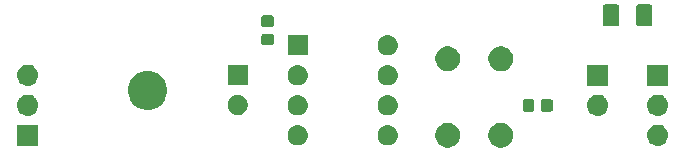
<source format=gbr>
G04 #@! TF.GenerationSoftware,KiCad,Pcbnew,(5.1.0)-1*
G04 #@! TF.CreationDate,2019-04-02T22:03:43+02:00*
G04 #@! TF.ProjectId,UV_Meter,55565f4d-6574-4657-922e-6b696361645f,rev?*
G04 #@! TF.SameCoordinates,Original*
G04 #@! TF.FileFunction,Soldermask,Top*
G04 #@! TF.FilePolarity,Negative*
%FSLAX46Y46*%
G04 Gerber Fmt 4.6, Leading zero omitted, Abs format (unit mm)*
G04 Created by KiCad (PCBNEW (5.1.0)-1) date 2019-04-02 22:03:43*
%MOMM*%
%LPD*%
G04 APERTURE LIST*
%ADD10C,0.100000*%
G04 APERTURE END LIST*
D10*
G36*
X65766564Y-32009389D02*
G01*
X65957833Y-32088615D01*
X65957835Y-32088616D01*
X66022819Y-32132037D01*
X66129973Y-32203635D01*
X66276365Y-32350027D01*
X66391385Y-32522167D01*
X66470611Y-32713436D01*
X66511000Y-32916484D01*
X66511000Y-33123516D01*
X66470611Y-33326564D01*
X66454083Y-33366466D01*
X66391384Y-33517835D01*
X66276365Y-33689973D01*
X66129973Y-33836365D01*
X65957835Y-33951384D01*
X65957834Y-33951385D01*
X65957833Y-33951385D01*
X65766564Y-34030611D01*
X65563516Y-34071000D01*
X65356484Y-34071000D01*
X65153436Y-34030611D01*
X64962167Y-33951385D01*
X64962166Y-33951385D01*
X64962165Y-33951384D01*
X64790027Y-33836365D01*
X64643635Y-33689973D01*
X64528616Y-33517835D01*
X64465917Y-33366466D01*
X64449389Y-33326564D01*
X64409000Y-33123516D01*
X64409000Y-32916484D01*
X64449389Y-32713436D01*
X64528615Y-32522167D01*
X64643635Y-32350027D01*
X64790027Y-32203635D01*
X64897181Y-32132037D01*
X64962165Y-32088616D01*
X64962167Y-32088615D01*
X65153436Y-32009389D01*
X65356484Y-31969000D01*
X65563516Y-31969000D01*
X65766564Y-32009389D01*
X65766564Y-32009389D01*
G37*
G36*
X61266564Y-32009389D02*
G01*
X61457833Y-32088615D01*
X61457835Y-32088616D01*
X61522819Y-32132037D01*
X61629973Y-32203635D01*
X61776365Y-32350027D01*
X61891385Y-32522167D01*
X61970611Y-32713436D01*
X62011000Y-32916484D01*
X62011000Y-33123516D01*
X61970611Y-33326564D01*
X61954083Y-33366466D01*
X61891384Y-33517835D01*
X61776365Y-33689973D01*
X61629973Y-33836365D01*
X61457835Y-33951384D01*
X61457834Y-33951385D01*
X61457833Y-33951385D01*
X61266564Y-34030611D01*
X61063516Y-34071000D01*
X60856484Y-34071000D01*
X60653436Y-34030611D01*
X60462167Y-33951385D01*
X60462166Y-33951385D01*
X60462165Y-33951384D01*
X60290027Y-33836365D01*
X60143635Y-33689973D01*
X60028616Y-33517835D01*
X59965917Y-33366466D01*
X59949389Y-33326564D01*
X59909000Y-33123516D01*
X59909000Y-32916484D01*
X59949389Y-32713436D01*
X60028615Y-32522167D01*
X60143635Y-32350027D01*
X60290027Y-32203635D01*
X60397181Y-32132037D01*
X60462165Y-32088616D01*
X60462167Y-32088615D01*
X60653436Y-32009389D01*
X60856484Y-31969000D01*
X61063516Y-31969000D01*
X61266564Y-32009389D01*
X61266564Y-32009389D01*
G37*
G36*
X78850443Y-32125519D02*
G01*
X78916627Y-32132037D01*
X79086466Y-32183557D01*
X79242991Y-32267222D01*
X79278729Y-32296552D01*
X79380186Y-32379814D01*
X79463448Y-32481271D01*
X79492778Y-32517009D01*
X79576443Y-32673534D01*
X79627963Y-32843373D01*
X79645359Y-33020000D01*
X79627963Y-33196627D01*
X79576443Y-33366466D01*
X79492778Y-33522991D01*
X79463448Y-33558729D01*
X79380186Y-33660186D01*
X79278729Y-33743448D01*
X79242991Y-33772778D01*
X79086466Y-33856443D01*
X78916627Y-33907963D01*
X78850443Y-33914481D01*
X78784260Y-33921000D01*
X78695740Y-33921000D01*
X78629557Y-33914481D01*
X78563373Y-33907963D01*
X78393534Y-33856443D01*
X78237009Y-33772778D01*
X78201271Y-33743448D01*
X78099814Y-33660186D01*
X78016552Y-33558729D01*
X77987222Y-33522991D01*
X77903557Y-33366466D01*
X77852037Y-33196627D01*
X77834641Y-33020000D01*
X77852037Y-32843373D01*
X77903557Y-32673534D01*
X77987222Y-32517009D01*
X78016552Y-32481271D01*
X78099814Y-32379814D01*
X78201271Y-32296552D01*
X78237009Y-32267222D01*
X78393534Y-32183557D01*
X78563373Y-32132037D01*
X78629557Y-32125519D01*
X78695740Y-32119000D01*
X78784260Y-32119000D01*
X78850443Y-32125519D01*
X78850443Y-32125519D01*
G37*
G36*
X26301000Y-33921000D02*
G01*
X24499000Y-33921000D01*
X24499000Y-32119000D01*
X26301000Y-32119000D01*
X26301000Y-33921000D01*
X26301000Y-33921000D01*
G37*
G36*
X56046823Y-32181313D02*
G01*
X56207242Y-32229976D01*
X56276922Y-32267221D01*
X56355078Y-32308996D01*
X56484659Y-32415341D01*
X56591004Y-32544922D01*
X56591005Y-32544924D01*
X56670024Y-32692758D01*
X56718687Y-32853177D01*
X56735117Y-33020000D01*
X56718687Y-33186823D01*
X56670024Y-33347242D01*
X56659747Y-33366468D01*
X56591004Y-33495078D01*
X56484659Y-33624659D01*
X56355078Y-33731004D01*
X56355076Y-33731005D01*
X56207242Y-33810024D01*
X56046823Y-33858687D01*
X55921804Y-33871000D01*
X55838196Y-33871000D01*
X55713177Y-33858687D01*
X55552758Y-33810024D01*
X55404924Y-33731005D01*
X55404922Y-33731004D01*
X55275341Y-33624659D01*
X55168996Y-33495078D01*
X55100253Y-33366468D01*
X55089976Y-33347242D01*
X55041313Y-33186823D01*
X55024883Y-33020000D01*
X55041313Y-32853177D01*
X55089976Y-32692758D01*
X55168995Y-32544924D01*
X55168996Y-32544922D01*
X55275341Y-32415341D01*
X55404922Y-32308996D01*
X55483078Y-32267221D01*
X55552758Y-32229976D01*
X55713177Y-32181313D01*
X55838196Y-32169000D01*
X55921804Y-32169000D01*
X56046823Y-32181313D01*
X56046823Y-32181313D01*
G37*
G36*
X48426823Y-32181313D02*
G01*
X48587242Y-32229976D01*
X48656922Y-32267221D01*
X48735078Y-32308996D01*
X48864659Y-32415341D01*
X48971004Y-32544922D01*
X48971005Y-32544924D01*
X49050024Y-32692758D01*
X49098687Y-32853177D01*
X49115117Y-33020000D01*
X49098687Y-33186823D01*
X49050024Y-33347242D01*
X49039747Y-33366468D01*
X48971004Y-33495078D01*
X48864659Y-33624659D01*
X48735078Y-33731004D01*
X48735076Y-33731005D01*
X48587242Y-33810024D01*
X48426823Y-33858687D01*
X48301804Y-33871000D01*
X48218196Y-33871000D01*
X48093177Y-33858687D01*
X47932758Y-33810024D01*
X47784924Y-33731005D01*
X47784922Y-33731004D01*
X47655341Y-33624659D01*
X47548996Y-33495078D01*
X47480253Y-33366468D01*
X47469976Y-33347242D01*
X47421313Y-33186823D01*
X47404883Y-33020000D01*
X47421313Y-32853177D01*
X47469976Y-32692758D01*
X47548995Y-32544924D01*
X47548996Y-32544922D01*
X47655341Y-32415341D01*
X47784922Y-32308996D01*
X47863078Y-32267221D01*
X47932758Y-32229976D01*
X48093177Y-32181313D01*
X48218196Y-32169000D01*
X48301804Y-32169000D01*
X48426823Y-32181313D01*
X48426823Y-32181313D01*
G37*
G36*
X25510443Y-29585519D02*
G01*
X25576627Y-29592037D01*
X25746466Y-29643557D01*
X25902991Y-29727222D01*
X25938729Y-29756552D01*
X26040186Y-29839814D01*
X26087543Y-29897520D01*
X26152778Y-29977009D01*
X26236443Y-30133534D01*
X26287963Y-30303373D01*
X26305359Y-30480000D01*
X26287963Y-30656627D01*
X26236443Y-30826466D01*
X26236442Y-30826468D01*
X26227552Y-30843100D01*
X26152778Y-30982991D01*
X26137746Y-31001307D01*
X26040186Y-31120186D01*
X25938729Y-31203448D01*
X25902991Y-31232778D01*
X25746466Y-31316443D01*
X25576627Y-31367963D01*
X25510443Y-31374481D01*
X25444260Y-31381000D01*
X25355740Y-31381000D01*
X25289557Y-31374481D01*
X25223373Y-31367963D01*
X25053534Y-31316443D01*
X24897009Y-31232778D01*
X24861271Y-31203448D01*
X24759814Y-31120186D01*
X24662254Y-31001307D01*
X24647222Y-30982991D01*
X24572448Y-30843100D01*
X24563558Y-30826468D01*
X24563557Y-30826466D01*
X24512037Y-30656627D01*
X24494641Y-30480000D01*
X24512037Y-30303373D01*
X24563557Y-30133534D01*
X24647222Y-29977009D01*
X24712457Y-29897520D01*
X24759814Y-29839814D01*
X24861271Y-29756552D01*
X24897009Y-29727222D01*
X25053534Y-29643557D01*
X25223373Y-29592037D01*
X25289557Y-29585519D01*
X25355740Y-29579000D01*
X25444260Y-29579000D01*
X25510443Y-29585519D01*
X25510443Y-29585519D01*
G37*
G36*
X78850443Y-29585519D02*
G01*
X78916627Y-29592037D01*
X79086466Y-29643557D01*
X79242991Y-29727222D01*
X79278729Y-29756552D01*
X79380186Y-29839814D01*
X79427543Y-29897520D01*
X79492778Y-29977009D01*
X79576443Y-30133534D01*
X79627963Y-30303373D01*
X79645359Y-30480000D01*
X79627963Y-30656627D01*
X79576443Y-30826466D01*
X79576442Y-30826468D01*
X79567552Y-30843100D01*
X79492778Y-30982991D01*
X79477746Y-31001307D01*
X79380186Y-31120186D01*
X79278729Y-31203448D01*
X79242991Y-31232778D01*
X79086466Y-31316443D01*
X78916627Y-31367963D01*
X78850443Y-31374481D01*
X78784260Y-31381000D01*
X78695740Y-31381000D01*
X78629557Y-31374481D01*
X78563373Y-31367963D01*
X78393534Y-31316443D01*
X78237009Y-31232778D01*
X78201271Y-31203448D01*
X78099814Y-31120186D01*
X78002254Y-31001307D01*
X77987222Y-30982991D01*
X77912448Y-30843100D01*
X77903558Y-30826468D01*
X77903557Y-30826466D01*
X77852037Y-30656627D01*
X77834641Y-30480000D01*
X77852037Y-30303373D01*
X77903557Y-30133534D01*
X77987222Y-29977009D01*
X78052457Y-29897520D01*
X78099814Y-29839814D01*
X78201271Y-29756552D01*
X78237009Y-29727222D01*
X78393534Y-29643557D01*
X78563373Y-29592037D01*
X78629557Y-29585519D01*
X78695740Y-29579000D01*
X78784260Y-29579000D01*
X78850443Y-29585519D01*
X78850443Y-29585519D01*
G37*
G36*
X73770443Y-29585519D02*
G01*
X73836627Y-29592037D01*
X74006466Y-29643557D01*
X74162991Y-29727222D01*
X74198729Y-29756552D01*
X74300186Y-29839814D01*
X74347543Y-29897520D01*
X74412778Y-29977009D01*
X74496443Y-30133534D01*
X74547963Y-30303373D01*
X74565359Y-30480000D01*
X74547963Y-30656627D01*
X74496443Y-30826466D01*
X74496442Y-30826468D01*
X74487552Y-30843100D01*
X74412778Y-30982991D01*
X74397746Y-31001307D01*
X74300186Y-31120186D01*
X74198729Y-31203448D01*
X74162991Y-31232778D01*
X74006466Y-31316443D01*
X73836627Y-31367963D01*
X73770443Y-31374481D01*
X73704260Y-31381000D01*
X73615740Y-31381000D01*
X73549557Y-31374481D01*
X73483373Y-31367963D01*
X73313534Y-31316443D01*
X73157009Y-31232778D01*
X73121271Y-31203448D01*
X73019814Y-31120186D01*
X72922254Y-31001307D01*
X72907222Y-30982991D01*
X72832448Y-30843100D01*
X72823558Y-30826468D01*
X72823557Y-30826466D01*
X72772037Y-30656627D01*
X72754641Y-30480000D01*
X72772037Y-30303373D01*
X72823557Y-30133534D01*
X72907222Y-29977009D01*
X72972457Y-29897520D01*
X73019814Y-29839814D01*
X73121271Y-29756552D01*
X73157009Y-29727222D01*
X73313534Y-29643557D01*
X73483373Y-29592037D01*
X73549557Y-29585519D01*
X73615740Y-29579000D01*
X73704260Y-29579000D01*
X73770443Y-29585519D01*
X73770443Y-29585519D01*
G37*
G36*
X56046823Y-29641313D02*
G01*
X56177380Y-29680917D01*
X56193651Y-29685853D01*
X56207242Y-29689976D01*
X56276922Y-29727221D01*
X56355078Y-29768996D01*
X56484659Y-29875341D01*
X56591004Y-30004922D01*
X56591005Y-30004924D01*
X56670024Y-30152758D01*
X56718687Y-30313177D01*
X56735117Y-30480000D01*
X56718687Y-30646823D01*
X56670024Y-30807242D01*
X56623881Y-30893569D01*
X56591004Y-30955078D01*
X56484659Y-31084659D01*
X56355078Y-31191004D01*
X56355076Y-31191005D01*
X56207242Y-31270024D01*
X56046823Y-31318687D01*
X55921804Y-31331000D01*
X55838196Y-31331000D01*
X55713177Y-31318687D01*
X55552758Y-31270024D01*
X55404924Y-31191005D01*
X55404922Y-31191004D01*
X55275341Y-31084659D01*
X55168996Y-30955078D01*
X55136119Y-30893569D01*
X55089976Y-30807242D01*
X55041313Y-30646823D01*
X55024883Y-30480000D01*
X55041313Y-30313177D01*
X55089976Y-30152758D01*
X55168995Y-30004924D01*
X55168996Y-30004922D01*
X55275341Y-29875341D01*
X55404922Y-29768996D01*
X55483078Y-29727221D01*
X55552758Y-29689976D01*
X55566350Y-29685853D01*
X55582620Y-29680917D01*
X55713177Y-29641313D01*
X55838196Y-29629000D01*
X55921804Y-29629000D01*
X56046823Y-29641313D01*
X56046823Y-29641313D01*
G37*
G36*
X48426823Y-29641313D02*
G01*
X48557380Y-29680917D01*
X48573651Y-29685853D01*
X48587242Y-29689976D01*
X48656922Y-29727221D01*
X48735078Y-29768996D01*
X48864659Y-29875341D01*
X48971004Y-30004922D01*
X48971005Y-30004924D01*
X49050024Y-30152758D01*
X49098687Y-30313177D01*
X49115117Y-30480000D01*
X49098687Y-30646823D01*
X49050024Y-30807242D01*
X49003881Y-30893569D01*
X48971004Y-30955078D01*
X48864659Y-31084659D01*
X48735078Y-31191004D01*
X48735076Y-31191005D01*
X48587242Y-31270024D01*
X48426823Y-31318687D01*
X48301804Y-31331000D01*
X48218196Y-31331000D01*
X48093177Y-31318687D01*
X47932758Y-31270024D01*
X47784924Y-31191005D01*
X47784922Y-31191004D01*
X47655341Y-31084659D01*
X47548996Y-30955078D01*
X47516119Y-30893569D01*
X47469976Y-30807242D01*
X47421313Y-30646823D01*
X47404883Y-30480000D01*
X47421313Y-30313177D01*
X47469976Y-30152758D01*
X47548995Y-30004924D01*
X47548996Y-30004922D01*
X47655341Y-29875341D01*
X47784922Y-29768996D01*
X47863078Y-29727221D01*
X47932758Y-29689976D01*
X47946350Y-29685853D01*
X47962620Y-29680917D01*
X48093177Y-29641313D01*
X48218196Y-29629000D01*
X48301804Y-29629000D01*
X48426823Y-29641313D01*
X48426823Y-29641313D01*
G37*
G36*
X43428228Y-29621703D02*
G01*
X43583100Y-29685853D01*
X43722481Y-29778985D01*
X43841015Y-29897519D01*
X43934147Y-30036900D01*
X43998297Y-30191772D01*
X44031000Y-30356184D01*
X44031000Y-30523816D01*
X43998297Y-30688228D01*
X43934147Y-30843100D01*
X43841015Y-30982481D01*
X43722481Y-31101015D01*
X43583100Y-31194147D01*
X43428228Y-31258297D01*
X43263816Y-31291000D01*
X43096184Y-31291000D01*
X42931772Y-31258297D01*
X42776900Y-31194147D01*
X42637519Y-31101015D01*
X42518985Y-30982481D01*
X42425853Y-30843100D01*
X42361703Y-30688228D01*
X42329000Y-30523816D01*
X42329000Y-30356184D01*
X42361703Y-30191772D01*
X42425853Y-30036900D01*
X42518985Y-29897519D01*
X42637519Y-29778985D01*
X42776900Y-29685853D01*
X42931772Y-29621703D01*
X43096184Y-29589000D01*
X43263816Y-29589000D01*
X43428228Y-29621703D01*
X43428228Y-29621703D01*
G37*
G36*
X69709591Y-29958085D02*
G01*
X69743569Y-29968393D01*
X69774890Y-29985134D01*
X69802339Y-30007661D01*
X69824866Y-30035110D01*
X69841607Y-30066431D01*
X69851915Y-30100409D01*
X69856000Y-30141890D01*
X69856000Y-30818110D01*
X69851915Y-30859591D01*
X69841607Y-30893569D01*
X69824866Y-30924890D01*
X69802339Y-30952339D01*
X69774890Y-30974866D01*
X69743569Y-30991607D01*
X69709591Y-31001915D01*
X69668110Y-31006000D01*
X69066890Y-31006000D01*
X69025409Y-31001915D01*
X68991431Y-30991607D01*
X68960110Y-30974866D01*
X68932661Y-30952339D01*
X68910134Y-30924890D01*
X68893393Y-30893569D01*
X68883085Y-30859591D01*
X68879000Y-30818110D01*
X68879000Y-30141890D01*
X68883085Y-30100409D01*
X68893393Y-30066431D01*
X68910134Y-30035110D01*
X68932661Y-30007661D01*
X68960110Y-29985134D01*
X68991431Y-29968393D01*
X69025409Y-29958085D01*
X69066890Y-29954000D01*
X69668110Y-29954000D01*
X69709591Y-29958085D01*
X69709591Y-29958085D01*
G37*
G36*
X68134591Y-29958085D02*
G01*
X68168569Y-29968393D01*
X68199890Y-29985134D01*
X68227339Y-30007661D01*
X68249866Y-30035110D01*
X68266607Y-30066431D01*
X68276915Y-30100409D01*
X68281000Y-30141890D01*
X68281000Y-30818110D01*
X68276915Y-30859591D01*
X68266607Y-30893569D01*
X68249866Y-30924890D01*
X68227339Y-30952339D01*
X68199890Y-30974866D01*
X68168569Y-30991607D01*
X68134591Y-31001915D01*
X68093110Y-31006000D01*
X67491890Y-31006000D01*
X67450409Y-31001915D01*
X67416431Y-30991607D01*
X67385110Y-30974866D01*
X67357661Y-30952339D01*
X67335134Y-30924890D01*
X67318393Y-30893569D01*
X67308085Y-30859591D01*
X67304000Y-30818110D01*
X67304000Y-30141890D01*
X67308085Y-30100409D01*
X67318393Y-30066431D01*
X67335134Y-30035110D01*
X67357661Y-30007661D01*
X67385110Y-29985134D01*
X67416431Y-29968393D01*
X67450409Y-29958085D01*
X67491890Y-29954000D01*
X68093110Y-29954000D01*
X68134591Y-29958085D01*
X68134591Y-29958085D01*
G37*
G36*
X35935256Y-27601298D02*
G01*
X36041579Y-27622447D01*
X36342042Y-27746903D01*
X36612451Y-27927585D01*
X36842415Y-28157549D01*
X37023097Y-28427958D01*
X37147553Y-28728421D01*
X37211000Y-29047391D01*
X37211000Y-29372609D01*
X37147553Y-29691579D01*
X37071436Y-29875341D01*
X37025959Y-29985134D01*
X37023097Y-29992042D01*
X36842415Y-30262451D01*
X36612451Y-30492415D01*
X36342042Y-30673097D01*
X36041579Y-30797553D01*
X35992884Y-30807239D01*
X35722611Y-30861000D01*
X35397389Y-30861000D01*
X35127116Y-30807239D01*
X35078421Y-30797553D01*
X34777958Y-30673097D01*
X34507549Y-30492415D01*
X34277585Y-30262451D01*
X34096903Y-29992042D01*
X34094042Y-29985134D01*
X34048564Y-29875341D01*
X33972447Y-29691579D01*
X33909000Y-29372609D01*
X33909000Y-29047391D01*
X33972447Y-28728421D01*
X34096903Y-28427958D01*
X34277585Y-28157549D01*
X34507549Y-27927585D01*
X34777958Y-27746903D01*
X35078421Y-27622447D01*
X35184744Y-27601298D01*
X35397389Y-27559000D01*
X35722611Y-27559000D01*
X35935256Y-27601298D01*
X35935256Y-27601298D01*
G37*
G36*
X79641000Y-28841000D02*
G01*
X77839000Y-28841000D01*
X77839000Y-27039000D01*
X79641000Y-27039000D01*
X79641000Y-28841000D01*
X79641000Y-28841000D01*
G37*
G36*
X74561000Y-28841000D02*
G01*
X72759000Y-28841000D01*
X72759000Y-27039000D01*
X74561000Y-27039000D01*
X74561000Y-28841000D01*
X74561000Y-28841000D01*
G37*
G36*
X25510443Y-27045519D02*
G01*
X25576627Y-27052037D01*
X25746466Y-27103557D01*
X25902991Y-27187222D01*
X25938729Y-27216552D01*
X26040186Y-27299814D01*
X26123448Y-27401271D01*
X26152778Y-27437009D01*
X26236443Y-27593534D01*
X26287963Y-27763373D01*
X26305359Y-27940000D01*
X26287963Y-28116627D01*
X26236443Y-28286466D01*
X26152778Y-28442991D01*
X26123448Y-28478729D01*
X26040186Y-28580186D01*
X25938729Y-28663448D01*
X25902991Y-28692778D01*
X25746466Y-28776443D01*
X25576627Y-28827963D01*
X25510442Y-28834482D01*
X25444260Y-28841000D01*
X25355740Y-28841000D01*
X25289558Y-28834482D01*
X25223373Y-28827963D01*
X25053534Y-28776443D01*
X24897009Y-28692778D01*
X24861271Y-28663448D01*
X24759814Y-28580186D01*
X24676552Y-28478729D01*
X24647222Y-28442991D01*
X24563557Y-28286466D01*
X24512037Y-28116627D01*
X24494641Y-27940000D01*
X24512037Y-27763373D01*
X24563557Y-27593534D01*
X24647222Y-27437009D01*
X24676552Y-27401271D01*
X24759814Y-27299814D01*
X24861271Y-27216552D01*
X24897009Y-27187222D01*
X25053534Y-27103557D01*
X25223373Y-27052037D01*
X25289557Y-27045519D01*
X25355740Y-27039000D01*
X25444260Y-27039000D01*
X25510443Y-27045519D01*
X25510443Y-27045519D01*
G37*
G36*
X44031000Y-28791000D02*
G01*
X42329000Y-28791000D01*
X42329000Y-27089000D01*
X44031000Y-27089000D01*
X44031000Y-28791000D01*
X44031000Y-28791000D01*
G37*
G36*
X48426823Y-27101313D02*
G01*
X48587242Y-27149976D01*
X48656922Y-27187221D01*
X48735078Y-27228996D01*
X48864659Y-27335341D01*
X48971004Y-27464922D01*
X48971005Y-27464924D01*
X49050024Y-27612758D01*
X49098687Y-27773177D01*
X49115117Y-27940000D01*
X49098687Y-28106823D01*
X49050024Y-28267242D01*
X49039747Y-28286468D01*
X48971004Y-28415078D01*
X48864659Y-28544659D01*
X48735078Y-28651004D01*
X48735076Y-28651005D01*
X48587242Y-28730024D01*
X48426823Y-28778687D01*
X48301804Y-28791000D01*
X48218196Y-28791000D01*
X48093177Y-28778687D01*
X47932758Y-28730024D01*
X47784924Y-28651005D01*
X47784922Y-28651004D01*
X47655341Y-28544659D01*
X47548996Y-28415078D01*
X47480253Y-28286468D01*
X47469976Y-28267242D01*
X47421313Y-28106823D01*
X47404883Y-27940000D01*
X47421313Y-27773177D01*
X47469976Y-27612758D01*
X47548995Y-27464924D01*
X47548996Y-27464922D01*
X47655341Y-27335341D01*
X47784922Y-27228996D01*
X47863078Y-27187221D01*
X47932758Y-27149976D01*
X48093177Y-27101313D01*
X48218196Y-27089000D01*
X48301804Y-27089000D01*
X48426823Y-27101313D01*
X48426823Y-27101313D01*
G37*
G36*
X56046823Y-27101313D02*
G01*
X56207242Y-27149976D01*
X56276922Y-27187221D01*
X56355078Y-27228996D01*
X56484659Y-27335341D01*
X56591004Y-27464922D01*
X56591005Y-27464924D01*
X56670024Y-27612758D01*
X56718687Y-27773177D01*
X56735117Y-27940000D01*
X56718687Y-28106823D01*
X56670024Y-28267242D01*
X56659747Y-28286468D01*
X56591004Y-28415078D01*
X56484659Y-28544659D01*
X56355078Y-28651004D01*
X56355076Y-28651005D01*
X56207242Y-28730024D01*
X56046823Y-28778687D01*
X55921804Y-28791000D01*
X55838196Y-28791000D01*
X55713177Y-28778687D01*
X55552758Y-28730024D01*
X55404924Y-28651005D01*
X55404922Y-28651004D01*
X55275341Y-28544659D01*
X55168996Y-28415078D01*
X55100253Y-28286468D01*
X55089976Y-28267242D01*
X55041313Y-28106823D01*
X55024883Y-27940000D01*
X55041313Y-27773177D01*
X55089976Y-27612758D01*
X55168995Y-27464924D01*
X55168996Y-27464922D01*
X55275341Y-27335341D01*
X55404922Y-27228996D01*
X55483078Y-27187221D01*
X55552758Y-27149976D01*
X55713177Y-27101313D01*
X55838196Y-27089000D01*
X55921804Y-27089000D01*
X56046823Y-27101313D01*
X56046823Y-27101313D01*
G37*
G36*
X65766564Y-25509389D02*
G01*
X65957833Y-25588615D01*
X65957835Y-25588616D01*
X66129973Y-25703635D01*
X66276365Y-25850027D01*
X66391385Y-26022167D01*
X66470611Y-26213436D01*
X66511000Y-26416484D01*
X66511000Y-26623516D01*
X66470611Y-26826564D01*
X66391385Y-27017833D01*
X66391384Y-27017835D01*
X66276365Y-27189973D01*
X66129973Y-27336365D01*
X65957835Y-27451384D01*
X65957834Y-27451385D01*
X65957833Y-27451385D01*
X65766564Y-27530611D01*
X65563516Y-27571000D01*
X65356484Y-27571000D01*
X65153436Y-27530611D01*
X64962167Y-27451385D01*
X64962166Y-27451385D01*
X64962165Y-27451384D01*
X64790027Y-27336365D01*
X64643635Y-27189973D01*
X64528616Y-27017835D01*
X64528615Y-27017833D01*
X64449389Y-26826564D01*
X64409000Y-26623516D01*
X64409000Y-26416484D01*
X64449389Y-26213436D01*
X64528615Y-26022167D01*
X64643635Y-25850027D01*
X64790027Y-25703635D01*
X64962165Y-25588616D01*
X64962167Y-25588615D01*
X65153436Y-25509389D01*
X65356484Y-25469000D01*
X65563516Y-25469000D01*
X65766564Y-25509389D01*
X65766564Y-25509389D01*
G37*
G36*
X61266564Y-25509389D02*
G01*
X61457833Y-25588615D01*
X61457835Y-25588616D01*
X61629973Y-25703635D01*
X61776365Y-25850027D01*
X61891385Y-26022167D01*
X61970611Y-26213436D01*
X62011000Y-26416484D01*
X62011000Y-26623516D01*
X61970611Y-26826564D01*
X61891385Y-27017833D01*
X61891384Y-27017835D01*
X61776365Y-27189973D01*
X61629973Y-27336365D01*
X61457835Y-27451384D01*
X61457834Y-27451385D01*
X61457833Y-27451385D01*
X61266564Y-27530611D01*
X61063516Y-27571000D01*
X60856484Y-27571000D01*
X60653436Y-27530611D01*
X60462167Y-27451385D01*
X60462166Y-27451385D01*
X60462165Y-27451384D01*
X60290027Y-27336365D01*
X60143635Y-27189973D01*
X60028616Y-27017835D01*
X60028615Y-27017833D01*
X59949389Y-26826564D01*
X59909000Y-26623516D01*
X59909000Y-26416484D01*
X59949389Y-26213436D01*
X60028615Y-26022167D01*
X60143635Y-25850027D01*
X60290027Y-25703635D01*
X60462165Y-25588616D01*
X60462167Y-25588615D01*
X60653436Y-25509389D01*
X60856484Y-25469000D01*
X61063516Y-25469000D01*
X61266564Y-25509389D01*
X61266564Y-25509389D01*
G37*
G36*
X56046823Y-24561313D02*
G01*
X56207242Y-24609976D01*
X56325619Y-24673250D01*
X56355078Y-24688996D01*
X56484659Y-24795341D01*
X56591004Y-24924922D01*
X56591005Y-24924924D01*
X56670024Y-25072758D01*
X56718687Y-25233177D01*
X56735117Y-25400000D01*
X56718687Y-25566823D01*
X56670024Y-25727242D01*
X56604394Y-25850027D01*
X56591004Y-25875078D01*
X56484659Y-26004659D01*
X56355078Y-26111004D01*
X56355076Y-26111005D01*
X56207242Y-26190024D01*
X56046823Y-26238687D01*
X55921804Y-26251000D01*
X55838196Y-26251000D01*
X55713177Y-26238687D01*
X55552758Y-26190024D01*
X55404924Y-26111005D01*
X55404922Y-26111004D01*
X55275341Y-26004659D01*
X55168996Y-25875078D01*
X55155606Y-25850027D01*
X55089976Y-25727242D01*
X55041313Y-25566823D01*
X55024883Y-25400000D01*
X55041313Y-25233177D01*
X55089976Y-25072758D01*
X55168995Y-24924924D01*
X55168996Y-24924922D01*
X55275341Y-24795341D01*
X55404922Y-24688996D01*
X55434381Y-24673250D01*
X55552758Y-24609976D01*
X55713177Y-24561313D01*
X55838196Y-24549000D01*
X55921804Y-24549000D01*
X56046823Y-24561313D01*
X56046823Y-24561313D01*
G37*
G36*
X49111000Y-26251000D02*
G01*
X47409000Y-26251000D01*
X47409000Y-24549000D01*
X49111000Y-24549000D01*
X49111000Y-26251000D01*
X49111000Y-26251000D01*
G37*
G36*
X46099591Y-24433085D02*
G01*
X46133569Y-24443393D01*
X46164890Y-24460134D01*
X46192339Y-24482661D01*
X46214866Y-24510110D01*
X46231607Y-24541431D01*
X46241915Y-24575409D01*
X46246000Y-24616890D01*
X46246000Y-25218110D01*
X46241915Y-25259591D01*
X46231607Y-25293569D01*
X46214866Y-25324890D01*
X46192339Y-25352339D01*
X46164890Y-25374866D01*
X46133569Y-25391607D01*
X46099591Y-25401915D01*
X46058110Y-25406000D01*
X45381890Y-25406000D01*
X45340409Y-25401915D01*
X45306431Y-25391607D01*
X45275110Y-25374866D01*
X45247661Y-25352339D01*
X45225134Y-25324890D01*
X45208393Y-25293569D01*
X45198085Y-25259591D01*
X45194000Y-25218110D01*
X45194000Y-24616890D01*
X45198085Y-24575409D01*
X45208393Y-24541431D01*
X45225134Y-24510110D01*
X45247661Y-24482661D01*
X45275110Y-24460134D01*
X45306431Y-24443393D01*
X45340409Y-24433085D01*
X45381890Y-24429000D01*
X46058110Y-24429000D01*
X46099591Y-24433085D01*
X46099591Y-24433085D01*
G37*
G36*
X46099591Y-22858085D02*
G01*
X46133569Y-22868393D01*
X46164890Y-22885134D01*
X46192339Y-22907661D01*
X46214866Y-22935110D01*
X46231607Y-22966431D01*
X46241915Y-23000409D01*
X46246000Y-23041890D01*
X46246000Y-23643110D01*
X46241915Y-23684591D01*
X46231607Y-23718569D01*
X46214866Y-23749890D01*
X46192339Y-23777339D01*
X46164890Y-23799866D01*
X46133569Y-23816607D01*
X46099591Y-23826915D01*
X46058110Y-23831000D01*
X45381890Y-23831000D01*
X45340409Y-23826915D01*
X45306431Y-23816607D01*
X45275110Y-23799866D01*
X45247661Y-23777339D01*
X45225134Y-23749890D01*
X45208393Y-23718569D01*
X45198085Y-23684591D01*
X45194000Y-23643110D01*
X45194000Y-23041890D01*
X45198085Y-23000409D01*
X45208393Y-22966431D01*
X45225134Y-22935110D01*
X45247661Y-22907661D01*
X45275110Y-22885134D01*
X45306431Y-22868393D01*
X45340409Y-22858085D01*
X45381890Y-22854000D01*
X46058110Y-22854000D01*
X46099591Y-22858085D01*
X46099591Y-22858085D01*
G37*
G36*
X78118604Y-21938347D02*
G01*
X78155144Y-21949432D01*
X78188821Y-21967433D01*
X78218341Y-21991659D01*
X78242567Y-22021179D01*
X78260568Y-22054856D01*
X78271653Y-22091396D01*
X78276000Y-22135538D01*
X78276000Y-23584462D01*
X78271653Y-23628604D01*
X78260568Y-23665144D01*
X78242567Y-23698821D01*
X78218341Y-23728341D01*
X78188821Y-23752567D01*
X78155144Y-23770568D01*
X78118604Y-23781653D01*
X78074462Y-23786000D01*
X77125538Y-23786000D01*
X77081396Y-23781653D01*
X77044856Y-23770568D01*
X77011179Y-23752567D01*
X76981659Y-23728341D01*
X76957433Y-23698821D01*
X76939432Y-23665144D01*
X76928347Y-23628604D01*
X76924000Y-23584462D01*
X76924000Y-22135538D01*
X76928347Y-22091396D01*
X76939432Y-22054856D01*
X76957433Y-22021179D01*
X76981659Y-21991659D01*
X77011179Y-21967433D01*
X77044856Y-21949432D01*
X77081396Y-21938347D01*
X77125538Y-21934000D01*
X78074462Y-21934000D01*
X78118604Y-21938347D01*
X78118604Y-21938347D01*
G37*
G36*
X75318604Y-21938347D02*
G01*
X75355144Y-21949432D01*
X75388821Y-21967433D01*
X75418341Y-21991659D01*
X75442567Y-22021179D01*
X75460568Y-22054856D01*
X75471653Y-22091396D01*
X75476000Y-22135538D01*
X75476000Y-23584462D01*
X75471653Y-23628604D01*
X75460568Y-23665144D01*
X75442567Y-23698821D01*
X75418341Y-23728341D01*
X75388821Y-23752567D01*
X75355144Y-23770568D01*
X75318604Y-23781653D01*
X75274462Y-23786000D01*
X74325538Y-23786000D01*
X74281396Y-23781653D01*
X74244856Y-23770568D01*
X74211179Y-23752567D01*
X74181659Y-23728341D01*
X74157433Y-23698821D01*
X74139432Y-23665144D01*
X74128347Y-23628604D01*
X74124000Y-23584462D01*
X74124000Y-22135538D01*
X74128347Y-22091396D01*
X74139432Y-22054856D01*
X74157433Y-22021179D01*
X74181659Y-21991659D01*
X74211179Y-21967433D01*
X74244856Y-21949432D01*
X74281396Y-21938347D01*
X74325538Y-21934000D01*
X75274462Y-21934000D01*
X75318604Y-21938347D01*
X75318604Y-21938347D01*
G37*
M02*

</source>
